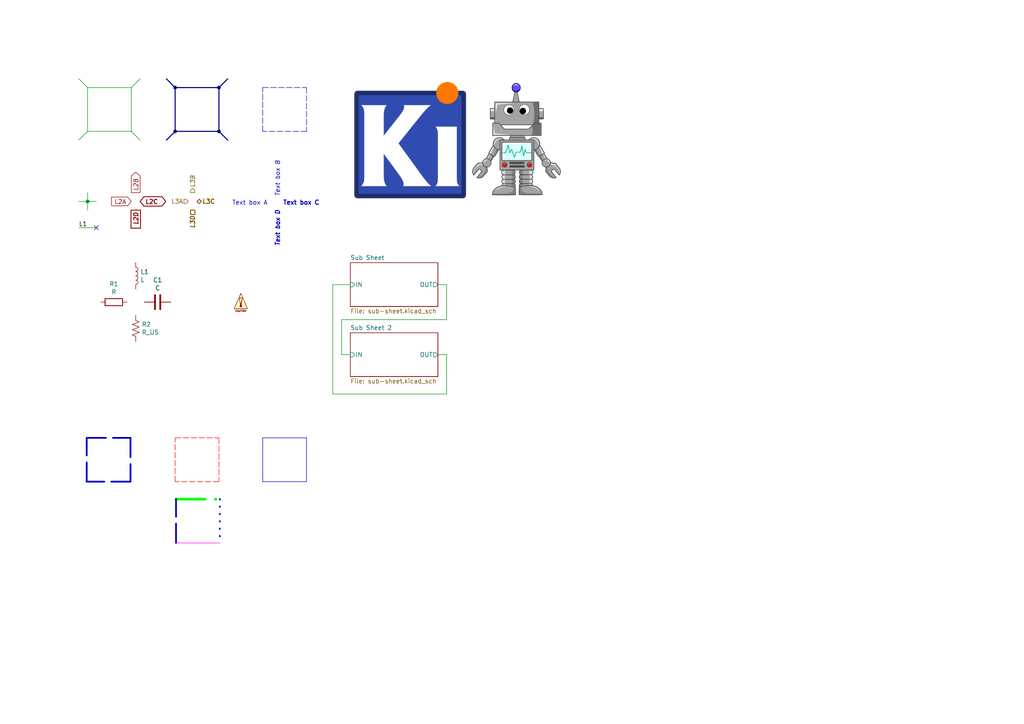
<source format=kicad_sch>
(kicad_sch (version 20211123) (generator eeschema)
  (paper "A4")
  (title_block (title "Title") (date "2020-08-12") (rev "r1B") (company "Company") (comment 1 "Comment 1") (comment 2 "Comment 2") (comment 3 "Comment 3") (comment 4 "@Comment4@"))
  (lib_symbols
    (symbol "Device:C" (pin_numbers hide) (pin_names (offset 0.254))
      (property "Reference" "C" (at 0.635 2.54 0))
      (property "Value" "C" (at 0.635 -2.54 0))
      (symbol "C_0_1"
        (polyline (pts (xy -2.032 -0.762) (xy 2.032 -0.762)) (stroke (width 0.508)))
        (polyline (pts (xy -2.032 0.762) (xy 2.032 0.762)) (stroke (width 0.508)))
      )
      (symbol "C_1_1"
        (pin passive line (at 0 3.81 270) (length 2.794) (name "~") (number "1"))
        (pin passive line (at 0 -3.81 90) (length 2.794) (name "~") (number "2"))
      )
    )
    (symbol "Device:L" (pin_numbers hide) (pin_names (offset 1.016) hide)
      (property "Reference" "L" (at -1.27 0 90))
      (property "Value" "L" (at 1.905 0 90))
      (symbol "L_0_1"
        (arc (start 0 -2.54) (mid 0.635 -1.905) (end 0 -1.27))
        (arc (start 0 -1.27) (mid 0.635 -0.635) (end 0 0))
        (arc (start 0 0) (mid 0.635 0.635) (end 0 1.27))
        (arc (start 0 1.27) (mid 0.635 1.905) (end 0 2.54))
      )
      (symbol "L_1_1"
        (pin passive line (at 0 3.81 270) (length 1.27) (name "1") (number "1"))
        (pin passive line (at 0 -3.81 90) (length 1.27) (name "2") (number "2"))
      )
    )
    (symbol "Device:R_US" (pin_numbers hide) (pin_names (offset 0))
      (property "Reference" "R" (at 2.54 0 90))
      (property "Value" "R_US" (at -2.54 0 90))
      (symbol "R_US_0_1"
        (polyline (pts (xy 0 -2.286) (xy 0 -2.54)))
        (polyline (pts (xy 0 2.286) (xy 0 2.54)))
        (polyline (pts (xy 0 -0.762) (xy 1.016 -1.143) (xy 0 -1.524) (xy -1.016 -1.905) (xy 0 -2.286)))
        (polyline (pts (xy 0 0.762) (xy 1.016 0.381) (xy 0 0) (xy -1.016 -0.381) (xy 0 -0.762)))
        (polyline (pts (xy 0 2.286) (xy 1.016 1.905) (xy 0 1.524) (xy -1.016 1.143) (xy 0 0.762)))
      )
      (symbol "R_US_1_1"
        (pin passive line (at 0 3.81 270) (length 1.27) (name "~") (number "1"))
        (pin passive line (at 0 -3.81 90) (length 1.27) (name "~") (number "2"))
      )
    )
    (symbol "l1:Resistor" (pin_numbers hide) (pin_names (offset 0))
      (property "Reference" "R" (at 2.032 0 90))
      (property "Value" "Resistor" (at 0 0 90))
      (symbol "Resistor_0_1"
        (rectangle (start -1.016 -2.54) (end 1.016 2.54) (stroke (width 0.254)))
      )
      (symbol "Resistor_1_1"
        (pin passive line (at 0 3.81 270) (length 1.27) (name "~") (number "1"))
        (pin passive line (at 0 -3.81 90) (length 1.27) (name "~") (number "2"))
      )
    )
    (symbol "l1:SYM_CAUTION" (pin_names (offset 1.016))
      (symbol "SYM_CAUTION_0_0"
        (circle (center 0 -1.1684) (radius 0.254) (fill (type outline)))
        (polyline (pts (xy -0.127 -0.762) (xy -0.381 1.016)) (fill (type outline)))
        (polyline (pts (xy -0.127 -0.762) (xy 0.127 -0.762) (xy 0.381 1.016)) (fill (type outline)))
        (polyline (pts (xy -1.27 -1.905) (xy 1.905 -1.905) (xy 0 2.54) (xy -1.905 -1.905) (xy -1.27 -1.905)) (fill (type background)))
        (arc (start 0.381 1.016) (mid 0 1.2906) (end -0.381 1.016))
        (text "CAUTION" (at 0 -2.54 0) (effects (font (size 0.508 0.508) italic)))
      )
    )
  )
  (junction (at 63.5 25.4))
  (junction (at 63.5 38.1))
  (junction (at 25.4 58.42))
  (junction (at 50.8 38.1))
  (junction (at 50.8 25.4))
  (no_connect (at 27.94 66.04))
  (bus_entry (at 25.4 25.4) (size -2.54 -2.54))
  (bus_entry (at 38.1 38.1) (size 2.54 2.54))
  (bus_entry (at 25.4 38.1) (size -2.54 2.54))
  (bus_entry (at 38.1 25.4) (size 2.54 -2.54))
  (wire (pts (xy 99.06 92.71) (xy 99.06 102.87)))
  (polyline (pts (xy 25.146 127) (xy 37.846 127)) (stroke (width 0.508)))
  (polyline (pts (xy 88.9 25.4) (xy 88.9 38.1)))
  (polyline (pts (xy 37.846 139.7) (xy 25.146 139.7)) (stroke (width 0.508)))
  (wire (pts (xy 38.1 38.1) (xy 25.4 38.1)))
  (polyline (pts (xy 88.9 139.7) (xy 76.2 139.7)) (stroke (width 0) (type solid)))
  (wire (pts (xy 129.54 114.3) (xy 96.52 114.3)))
  (polyline (pts (xy 50.8 139.7) (xy 50.8 127)) (stroke (width 0) (color 255 0 0 1)))
  (polyline (pts (xy 37.846 127) (xy 37.846 139.7)) (stroke (width 0.508)))
  (polyline (pts (xy 76.2 127) (xy 88.9 127)) (stroke (width 0) (type solid)))
  (wire (pts (xy 25.4 58.42) (xy 27.94 58.42)))
  (bus (pts (xy 50.8 25.4) (xy 48.26 22.86)))
  (wire (pts (xy 96.52 82.55) (xy 101.6 82.55)))
  (wire (pts (xy 129.54 82.55) (xy 129.54 92.71)))
  (wire (pts (xy 22.86 58.42) (xy 25.4 58.42)))
  (polyline (pts (xy 51.054 144.78) (xy 63.754 144.78)) (stroke (width 0.762) (type dash_dot) (color 0 255 0 1)))
  (polyline (pts (xy 76.2 25.4) (xy 88.9 25.4)))
  (bus (pts (xy 50.8 38.1) (xy 48.26 40.64)))
  (bus (pts (xy 63.5 38.1) (xy 66.04 40.64)))
  (polyline (pts (xy 50.8 127) (xy 63.5 127)) (stroke (width 0) (color 255 0 0 1)))
  (wire (pts (xy 129.54 102.87) (xy 129.54 114.3)))
  (wire (pts (xy 127 102.87) (xy 129.54 102.87)))
  (wire (pts (xy 99.06 102.87) (xy 101.6 102.87)))
  (bus (pts (xy 63.5 25.4) (xy 63.5 38.1)))
  (wire (pts (xy 25.4 25.4) (xy 38.1 25.4)))
  (polyline (pts (xy 88.9 127) (xy 88.9 139.7)) (stroke (width 0) (type solid)))
  (polyline (pts (xy 76.2 139.7) (xy 76.2 127)) (stroke (width 0) (type solid)))
  (polyline (pts (xy 51.054 157.48) (xy 51.054 144.78)) (stroke (width 0.508)))
  (wire (pts (xy 127 82.55) (xy 129.54 82.55)))
  (polyline (pts (xy 76.2 38.1) (xy 76.2 25.4)))
  (bus (pts (xy 63.5 25.4) (xy 66.04 22.86)))
  (wire (pts (xy 22.86 66.04) (xy 27.94 66.04)))
  (polyline (pts (xy 63.5 139.7) (xy 50.8 139.7)) (stroke (width 0) (color 255 0 0 1)))
  (bus (pts (xy 50.8 25.4) (xy 63.5 25.4)))
  (wire (pts (xy 25.4 58.42) (xy 25.4 60.96)))
  (wire (pts (xy 38.1 25.4) (xy 38.1 38.1)))
  (wire (pts (xy 129.54 92.71) (xy 99.06 92.71)))
  (wire (pts (xy 96.52 114.3) (xy 96.52 82.55)))
  (polyline (pts (xy 63.754 157.48) (xy 51.054 157.48)) (stroke (width 0) (type solid) (color 255 0 255 1)))
  (polyline (pts (xy 88.9 38.1) (xy 76.2 38.1)))
  (polyline (pts (xy 25.146 139.7) (xy 25.146 127)) (stroke (width 0.508)))
  (wire (pts (xy 25.4 38.1) (xy 25.4 25.4)))
  (polyline (pts (xy 63.754 144.78) (xy 63.754 157.48)) (stroke (width 0.508) (type dot)))
  (bus (pts (xy 50.8 38.1) (xy 50.8 25.4)))
  (bus (pts (xy 63.5 38.1) (xy 50.8 38.1)))
  (polyline (pts (xy 63.5 127) (xy 63.5 139.7)) (stroke (width 0) (color 255 0 0 1)))
  (wire (pts (xy 25.4 55.88) (xy 25.4 58.42)))
  (image (at 133.35 40.64))
  (text "Text box B" (at 81.28 57.15 90) (effects (font (size 1.27 1.27) italic) (justify left bottom)))
  (text "Text box A" (at 67.31 59.69 0) (effects (font (size 1.27 1.27)) (justify left bottom)))
  (text "Text box C" (at 92.71 59.69 180) (effects (font (size 1.27 1.27) (thickness 0.254) bold) (justify right bottom)))
  (text "Text box D" (at 81.28 60.96 270) (effects (font (size 1.27 1.27) (thickness 0.254) bold italic) (justify right bottom)))
  (label "L1" (at 22.86 66.04 0))
  (global_label "L2B" (shape output) (at 39.37 55.88 90) (effects (font italic)) (property "Intersheet References" "${INTERSHEET_REFS}" (effects hide)))
  (global_label "L2A" (shape input) (at 38.1 58.42 180) (property "Intersheet References" "${INTERSHEET_REFS}" (effects hide)))
  (global_label "L2C" (shape bidirectional) (at 40.64 58.42 0) (effects (font (thickness 0.254) bold)) (property "Intersheet References" "${INTERSHEET_REFS}" (effects hide)))
  (global_label "L2D" (shape passive) (at 39.37 60.96 270) (effects (font (thickness 0.254) bold italic)) (property "Intersheet References" "${INTERSHEET_REFS}" (effects hide)))
  (hierarchical_label "L3B" (shape output) (at 55.88 55.88 90) (effects (font italic)))
  (hierarchical_label "L3C" (shape bidirectional) (at 57.15 58.42 0) (effects (font (thickness 0.254) bold)))
  (hierarchical_label "L3A" (shape input) (at 54.61 58.42 180))
  (hierarchical_label "L3D" (shape passive) (at 55.88 60.96 270) (effects (font (thickness 0.254) bold italic)))
  (symbol (lib_id "l1:Resistor") (at 33.02 87.63 270) (unit 1)
    (property "Reference" "R1" (at 33.02 82.3722 90))
    (property "Value" "R" (at 33.02 84.6836 90))
    (property "Test" "Hi! \"quoted text\"" (effects hide))
  )
  (symbol (lib_id "Device:L") (at 39.37 80.01 0) (unit 1)
    (property "Reference" "L1" (at 40.7162 78.8416 0) (effects (justify left)))
    (property "Value" "L" (at 40.7162 81.153 0) (effects (justify left)))
  )
  (symbol (lib_id "Device:C") (at 45.72 87.63 90) (unit 1)
    (property "Reference" "C1" (at 45.72 81.2292 90))
    (property "Value" "C" (at 45.72 83.5406 90))
  )
  (symbol (lib_id "Device:R_US") (at 39.37 95.25 180) (unit 1)
    (property "Reference" "R2" (at 41.0972 94.0816 0) (effects (justify right)))
    (property "Value" "R_US" (at 41.0972 96.393 0) (effects (justify right)))
  )
  (symbol (lib_id "l1:SYM_CAUTION") (at 69.85 87.63 0) (unit 1)
    (property "Reference" "#SYM_CAUTION1" (effects hide))
    (property "Value" "SYM_CAUTION" (effects hide))
  )
  (sheet (at 101.6 76.2) (size 25.4 12.7)
    (property "Sheet name" "Sub Sheet" (at 101.6 75.4884 0) (effects (justify left bottom)))
    (property "Sheet file" "sub-sheet.kicad_sch" (at 101.6 89.4846 0) (effects (justify left top)))
    (pin "OUT" output (at 127 82.55 0))
    (pin "IN" input (at 101.6 82.55 180))
  )
  (sheet (at 101.6 96.52) (size 25.4 12.7)
    (property "Sheet name" "Sub Sheet 2" (at 101.6 95.8084 0) (effects (justify left bottom)))
    (property "Sheet file" "sub-sheet.kicad_sch" (at 101.6 109.8046 0) (effects (justify left top)))
    (pin "OUT" output (at 127 102.87 0))
    (pin "IN" input (at 101.6 102.87 180))
  )
)
</source>
